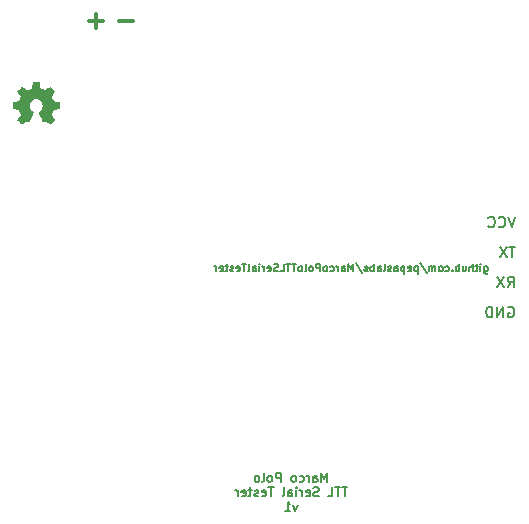
<source format=gbo>
G04 (created by PCBNEW (2013-07-07 BZR 4022)-stable) date 5/22/2015 10:04:36 PM*
%MOIN*%
G04 Gerber Fmt 3.4, Leading zero omitted, Abs format*
%FSLAX34Y34*%
G01*
G70*
G90*
G04 APERTURE LIST*
%ADD10C,0.00590551*%
%ADD11C,0.006*%
%ADD12C,0.005*%
%ADD13C,0.007*%
%ADD14C,0.012*%
%ADD15C,0.0001*%
G04 APERTURE END LIST*
G54D10*
G54D11*
X80957Y-67871D02*
X80957Y-67571D01*
X80857Y-67785D01*
X80757Y-67571D01*
X80757Y-67871D01*
X80485Y-67871D02*
X80485Y-67714D01*
X80500Y-67685D01*
X80528Y-67671D01*
X80585Y-67671D01*
X80614Y-67685D01*
X80485Y-67857D02*
X80514Y-67871D01*
X80585Y-67871D01*
X80614Y-67857D01*
X80628Y-67828D01*
X80628Y-67800D01*
X80614Y-67771D01*
X80585Y-67757D01*
X80514Y-67757D01*
X80485Y-67742D01*
X80342Y-67871D02*
X80342Y-67671D01*
X80342Y-67728D02*
X80328Y-67700D01*
X80314Y-67685D01*
X80285Y-67671D01*
X80257Y-67671D01*
X80028Y-67857D02*
X80057Y-67871D01*
X80114Y-67871D01*
X80142Y-67857D01*
X80157Y-67842D01*
X80171Y-67814D01*
X80171Y-67728D01*
X80157Y-67700D01*
X80142Y-67685D01*
X80114Y-67671D01*
X80057Y-67671D01*
X80028Y-67685D01*
X79857Y-67871D02*
X79885Y-67857D01*
X79900Y-67842D01*
X79914Y-67814D01*
X79914Y-67728D01*
X79900Y-67700D01*
X79885Y-67685D01*
X79857Y-67671D01*
X79814Y-67671D01*
X79785Y-67685D01*
X79771Y-67700D01*
X79757Y-67728D01*
X79757Y-67814D01*
X79771Y-67842D01*
X79785Y-67857D01*
X79814Y-67871D01*
X79857Y-67871D01*
X79400Y-67871D02*
X79400Y-67571D01*
X79285Y-67571D01*
X79257Y-67585D01*
X79242Y-67600D01*
X79228Y-67628D01*
X79228Y-67671D01*
X79242Y-67700D01*
X79257Y-67714D01*
X79285Y-67728D01*
X79400Y-67728D01*
X79057Y-67871D02*
X79085Y-67857D01*
X79100Y-67842D01*
X79114Y-67814D01*
X79114Y-67728D01*
X79100Y-67700D01*
X79085Y-67685D01*
X79057Y-67671D01*
X79014Y-67671D01*
X78985Y-67685D01*
X78971Y-67700D01*
X78957Y-67728D01*
X78957Y-67814D01*
X78971Y-67842D01*
X78985Y-67857D01*
X79014Y-67871D01*
X79057Y-67871D01*
X78785Y-67871D02*
X78814Y-67857D01*
X78828Y-67828D01*
X78828Y-67571D01*
X78628Y-67871D02*
X78657Y-67857D01*
X78671Y-67842D01*
X78685Y-67814D01*
X78685Y-67728D01*
X78671Y-67700D01*
X78657Y-67685D01*
X78628Y-67671D01*
X78585Y-67671D01*
X78557Y-67685D01*
X78542Y-67700D01*
X78528Y-67728D01*
X78528Y-67814D01*
X78542Y-67842D01*
X78557Y-67857D01*
X78585Y-67871D01*
X78628Y-67871D01*
X81621Y-68051D02*
X81449Y-68051D01*
X81535Y-68351D02*
X81535Y-68051D01*
X81392Y-68051D02*
X81221Y-68051D01*
X81307Y-68351D02*
X81307Y-68051D01*
X80978Y-68351D02*
X81121Y-68351D01*
X81121Y-68051D01*
X80664Y-68337D02*
X80621Y-68351D01*
X80550Y-68351D01*
X80521Y-68337D01*
X80507Y-68322D01*
X80492Y-68294D01*
X80492Y-68265D01*
X80507Y-68237D01*
X80521Y-68222D01*
X80550Y-68208D01*
X80607Y-68194D01*
X80635Y-68180D01*
X80650Y-68165D01*
X80664Y-68137D01*
X80664Y-68108D01*
X80650Y-68080D01*
X80635Y-68065D01*
X80607Y-68051D01*
X80535Y-68051D01*
X80492Y-68065D01*
X80250Y-68337D02*
X80278Y-68351D01*
X80335Y-68351D01*
X80364Y-68337D01*
X80378Y-68308D01*
X80378Y-68194D01*
X80364Y-68165D01*
X80335Y-68151D01*
X80278Y-68151D01*
X80250Y-68165D01*
X80235Y-68194D01*
X80235Y-68222D01*
X80378Y-68251D01*
X80107Y-68351D02*
X80107Y-68151D01*
X80107Y-68208D02*
X80092Y-68180D01*
X80078Y-68165D01*
X80050Y-68151D01*
X80021Y-68151D01*
X79921Y-68351D02*
X79921Y-68151D01*
X79921Y-68051D02*
X79935Y-68065D01*
X79921Y-68080D01*
X79907Y-68065D01*
X79921Y-68051D01*
X79921Y-68080D01*
X79650Y-68351D02*
X79650Y-68194D01*
X79664Y-68165D01*
X79692Y-68151D01*
X79750Y-68151D01*
X79778Y-68165D01*
X79650Y-68337D02*
X79678Y-68351D01*
X79750Y-68351D01*
X79778Y-68337D01*
X79792Y-68308D01*
X79792Y-68280D01*
X79778Y-68251D01*
X79750Y-68237D01*
X79678Y-68237D01*
X79650Y-68222D01*
X79464Y-68351D02*
X79492Y-68337D01*
X79507Y-68308D01*
X79507Y-68051D01*
X79164Y-68051D02*
X78992Y-68051D01*
X79078Y-68351D02*
X79078Y-68051D01*
X78778Y-68337D02*
X78807Y-68351D01*
X78864Y-68351D01*
X78892Y-68337D01*
X78907Y-68308D01*
X78907Y-68194D01*
X78892Y-68165D01*
X78864Y-68151D01*
X78807Y-68151D01*
X78778Y-68165D01*
X78764Y-68194D01*
X78764Y-68222D01*
X78907Y-68251D01*
X78650Y-68337D02*
X78621Y-68351D01*
X78564Y-68351D01*
X78535Y-68337D01*
X78521Y-68308D01*
X78521Y-68294D01*
X78535Y-68265D01*
X78564Y-68251D01*
X78607Y-68251D01*
X78635Y-68237D01*
X78650Y-68208D01*
X78650Y-68194D01*
X78635Y-68165D01*
X78607Y-68151D01*
X78564Y-68151D01*
X78535Y-68165D01*
X78435Y-68151D02*
X78321Y-68151D01*
X78392Y-68051D02*
X78392Y-68308D01*
X78378Y-68337D01*
X78350Y-68351D01*
X78321Y-68351D01*
X78107Y-68337D02*
X78135Y-68351D01*
X78192Y-68351D01*
X78221Y-68337D01*
X78235Y-68308D01*
X78235Y-68194D01*
X78221Y-68165D01*
X78192Y-68151D01*
X78135Y-68151D01*
X78107Y-68165D01*
X78092Y-68194D01*
X78092Y-68222D01*
X78235Y-68251D01*
X77964Y-68351D02*
X77964Y-68151D01*
X77964Y-68208D02*
X77950Y-68180D01*
X77935Y-68165D01*
X77907Y-68151D01*
X77878Y-68151D01*
X79964Y-68631D02*
X79892Y-68831D01*
X79821Y-68631D01*
X79550Y-68831D02*
X79721Y-68831D01*
X79635Y-68831D02*
X79635Y-68531D01*
X79664Y-68574D01*
X79692Y-68602D01*
X79721Y-68617D01*
G54D12*
X86178Y-60684D02*
X86178Y-60886D01*
X86190Y-60910D01*
X86202Y-60922D01*
X86226Y-60934D01*
X86261Y-60934D01*
X86285Y-60922D01*
X86178Y-60839D02*
X86202Y-60851D01*
X86250Y-60851D01*
X86273Y-60839D01*
X86285Y-60827D01*
X86297Y-60803D01*
X86297Y-60732D01*
X86285Y-60708D01*
X86273Y-60696D01*
X86250Y-60684D01*
X86202Y-60684D01*
X86178Y-60696D01*
X86059Y-60851D02*
X86059Y-60684D01*
X86059Y-60601D02*
X86071Y-60613D01*
X86059Y-60625D01*
X86047Y-60613D01*
X86059Y-60601D01*
X86059Y-60625D01*
X85976Y-60684D02*
X85880Y-60684D01*
X85940Y-60601D02*
X85940Y-60815D01*
X85928Y-60839D01*
X85904Y-60851D01*
X85880Y-60851D01*
X85797Y-60851D02*
X85797Y-60601D01*
X85690Y-60851D02*
X85690Y-60720D01*
X85702Y-60696D01*
X85726Y-60684D01*
X85761Y-60684D01*
X85785Y-60696D01*
X85797Y-60708D01*
X85464Y-60684D02*
X85464Y-60851D01*
X85571Y-60684D02*
X85571Y-60815D01*
X85559Y-60839D01*
X85535Y-60851D01*
X85500Y-60851D01*
X85476Y-60839D01*
X85464Y-60827D01*
X85345Y-60851D02*
X85345Y-60601D01*
X85345Y-60696D02*
X85321Y-60684D01*
X85273Y-60684D01*
X85250Y-60696D01*
X85238Y-60708D01*
X85226Y-60732D01*
X85226Y-60803D01*
X85238Y-60827D01*
X85250Y-60839D01*
X85273Y-60851D01*
X85321Y-60851D01*
X85345Y-60839D01*
X85119Y-60827D02*
X85107Y-60839D01*
X85119Y-60851D01*
X85130Y-60839D01*
X85119Y-60827D01*
X85119Y-60851D01*
X84892Y-60839D02*
X84916Y-60851D01*
X84964Y-60851D01*
X84988Y-60839D01*
X85000Y-60827D01*
X85011Y-60803D01*
X85011Y-60732D01*
X85000Y-60708D01*
X84988Y-60696D01*
X84964Y-60684D01*
X84916Y-60684D01*
X84892Y-60696D01*
X84750Y-60851D02*
X84773Y-60839D01*
X84785Y-60827D01*
X84797Y-60803D01*
X84797Y-60732D01*
X84785Y-60708D01*
X84773Y-60696D01*
X84750Y-60684D01*
X84714Y-60684D01*
X84690Y-60696D01*
X84678Y-60708D01*
X84666Y-60732D01*
X84666Y-60803D01*
X84678Y-60827D01*
X84690Y-60839D01*
X84714Y-60851D01*
X84750Y-60851D01*
X84559Y-60851D02*
X84559Y-60684D01*
X84559Y-60708D02*
X84547Y-60696D01*
X84523Y-60684D01*
X84488Y-60684D01*
X84464Y-60696D01*
X84452Y-60720D01*
X84452Y-60851D01*
X84452Y-60720D02*
X84440Y-60696D01*
X84416Y-60684D01*
X84380Y-60684D01*
X84357Y-60696D01*
X84345Y-60720D01*
X84345Y-60851D01*
X84047Y-60589D02*
X84261Y-60910D01*
X83964Y-60684D02*
X83964Y-60934D01*
X83964Y-60696D02*
X83940Y-60684D01*
X83892Y-60684D01*
X83869Y-60696D01*
X83857Y-60708D01*
X83845Y-60732D01*
X83845Y-60803D01*
X83857Y-60827D01*
X83869Y-60839D01*
X83892Y-60851D01*
X83940Y-60851D01*
X83964Y-60839D01*
X83642Y-60839D02*
X83666Y-60851D01*
X83714Y-60851D01*
X83738Y-60839D01*
X83750Y-60815D01*
X83750Y-60720D01*
X83738Y-60696D01*
X83714Y-60684D01*
X83666Y-60684D01*
X83642Y-60696D01*
X83630Y-60720D01*
X83630Y-60744D01*
X83750Y-60767D01*
X83523Y-60684D02*
X83523Y-60934D01*
X83523Y-60696D02*
X83500Y-60684D01*
X83452Y-60684D01*
X83428Y-60696D01*
X83416Y-60708D01*
X83404Y-60732D01*
X83404Y-60803D01*
X83416Y-60827D01*
X83428Y-60839D01*
X83452Y-60851D01*
X83500Y-60851D01*
X83523Y-60839D01*
X83190Y-60851D02*
X83190Y-60720D01*
X83202Y-60696D01*
X83226Y-60684D01*
X83273Y-60684D01*
X83297Y-60696D01*
X83190Y-60839D02*
X83214Y-60851D01*
X83273Y-60851D01*
X83297Y-60839D01*
X83309Y-60815D01*
X83309Y-60791D01*
X83297Y-60767D01*
X83273Y-60755D01*
X83214Y-60755D01*
X83190Y-60744D01*
X83083Y-60839D02*
X83059Y-60851D01*
X83011Y-60851D01*
X82988Y-60839D01*
X82976Y-60815D01*
X82976Y-60803D01*
X82988Y-60779D01*
X83011Y-60767D01*
X83047Y-60767D01*
X83071Y-60755D01*
X83083Y-60732D01*
X83083Y-60720D01*
X83071Y-60696D01*
X83047Y-60684D01*
X83011Y-60684D01*
X82988Y-60696D01*
X82833Y-60851D02*
X82857Y-60839D01*
X82869Y-60815D01*
X82869Y-60601D01*
X82630Y-60851D02*
X82630Y-60720D01*
X82642Y-60696D01*
X82666Y-60684D01*
X82714Y-60684D01*
X82738Y-60696D01*
X82630Y-60839D02*
X82654Y-60851D01*
X82714Y-60851D01*
X82738Y-60839D01*
X82750Y-60815D01*
X82750Y-60791D01*
X82738Y-60767D01*
X82714Y-60755D01*
X82654Y-60755D01*
X82630Y-60744D01*
X82511Y-60851D02*
X82511Y-60601D01*
X82511Y-60696D02*
X82488Y-60684D01*
X82440Y-60684D01*
X82416Y-60696D01*
X82404Y-60708D01*
X82392Y-60732D01*
X82392Y-60803D01*
X82404Y-60827D01*
X82416Y-60839D01*
X82440Y-60851D01*
X82488Y-60851D01*
X82511Y-60839D01*
X82297Y-60839D02*
X82273Y-60851D01*
X82226Y-60851D01*
X82202Y-60839D01*
X82190Y-60815D01*
X82190Y-60803D01*
X82202Y-60779D01*
X82226Y-60767D01*
X82261Y-60767D01*
X82285Y-60755D01*
X82297Y-60732D01*
X82297Y-60720D01*
X82285Y-60696D01*
X82261Y-60684D01*
X82226Y-60684D01*
X82202Y-60696D01*
X81904Y-60589D02*
X82119Y-60910D01*
X81821Y-60851D02*
X81821Y-60601D01*
X81738Y-60779D01*
X81654Y-60601D01*
X81654Y-60851D01*
X81428Y-60851D02*
X81428Y-60720D01*
X81440Y-60696D01*
X81464Y-60684D01*
X81511Y-60684D01*
X81535Y-60696D01*
X81428Y-60839D02*
X81452Y-60851D01*
X81511Y-60851D01*
X81535Y-60839D01*
X81547Y-60815D01*
X81547Y-60791D01*
X81535Y-60767D01*
X81511Y-60755D01*
X81452Y-60755D01*
X81428Y-60744D01*
X81309Y-60851D02*
X81309Y-60684D01*
X81309Y-60732D02*
X81297Y-60708D01*
X81285Y-60696D01*
X81261Y-60684D01*
X81238Y-60684D01*
X81047Y-60839D02*
X81071Y-60851D01*
X81119Y-60851D01*
X81142Y-60839D01*
X81154Y-60827D01*
X81166Y-60803D01*
X81166Y-60732D01*
X81154Y-60708D01*
X81142Y-60696D01*
X81119Y-60684D01*
X81071Y-60684D01*
X81047Y-60696D01*
X80904Y-60851D02*
X80928Y-60839D01*
X80940Y-60827D01*
X80952Y-60803D01*
X80952Y-60732D01*
X80940Y-60708D01*
X80928Y-60696D01*
X80904Y-60684D01*
X80869Y-60684D01*
X80845Y-60696D01*
X80833Y-60708D01*
X80821Y-60732D01*
X80821Y-60803D01*
X80833Y-60827D01*
X80845Y-60839D01*
X80869Y-60851D01*
X80904Y-60851D01*
X80714Y-60851D02*
X80714Y-60601D01*
X80619Y-60601D01*
X80595Y-60613D01*
X80583Y-60625D01*
X80571Y-60648D01*
X80571Y-60684D01*
X80583Y-60708D01*
X80595Y-60720D01*
X80619Y-60732D01*
X80714Y-60732D01*
X80428Y-60851D02*
X80452Y-60839D01*
X80464Y-60827D01*
X80476Y-60803D01*
X80476Y-60732D01*
X80464Y-60708D01*
X80452Y-60696D01*
X80428Y-60684D01*
X80392Y-60684D01*
X80369Y-60696D01*
X80357Y-60708D01*
X80345Y-60732D01*
X80345Y-60803D01*
X80357Y-60827D01*
X80369Y-60839D01*
X80392Y-60851D01*
X80428Y-60851D01*
X80202Y-60851D02*
X80226Y-60839D01*
X80238Y-60815D01*
X80238Y-60601D01*
X80071Y-60851D02*
X80095Y-60839D01*
X80107Y-60827D01*
X80119Y-60803D01*
X80119Y-60732D01*
X80107Y-60708D01*
X80095Y-60696D01*
X80071Y-60684D01*
X80035Y-60684D01*
X80011Y-60696D01*
X80000Y-60708D01*
X79988Y-60732D01*
X79988Y-60803D01*
X80000Y-60827D01*
X80011Y-60839D01*
X80035Y-60851D01*
X80071Y-60851D01*
X79916Y-60601D02*
X79773Y-60601D01*
X79845Y-60851D02*
X79845Y-60601D01*
X79726Y-60601D02*
X79583Y-60601D01*
X79654Y-60851D02*
X79654Y-60601D01*
X79380Y-60851D02*
X79499Y-60851D01*
X79499Y-60601D01*
X79309Y-60839D02*
X79273Y-60851D01*
X79214Y-60851D01*
X79190Y-60839D01*
X79178Y-60827D01*
X79166Y-60803D01*
X79166Y-60779D01*
X79178Y-60755D01*
X79190Y-60744D01*
X79214Y-60732D01*
X79261Y-60720D01*
X79285Y-60708D01*
X79297Y-60696D01*
X79309Y-60672D01*
X79309Y-60648D01*
X79297Y-60625D01*
X79285Y-60613D01*
X79261Y-60601D01*
X79202Y-60601D01*
X79166Y-60613D01*
X78964Y-60839D02*
X78988Y-60851D01*
X79035Y-60851D01*
X79059Y-60839D01*
X79071Y-60815D01*
X79071Y-60720D01*
X79059Y-60696D01*
X79035Y-60684D01*
X78988Y-60684D01*
X78964Y-60696D01*
X78952Y-60720D01*
X78952Y-60744D01*
X79071Y-60767D01*
X78845Y-60851D02*
X78845Y-60684D01*
X78845Y-60732D02*
X78833Y-60708D01*
X78821Y-60696D01*
X78797Y-60684D01*
X78773Y-60684D01*
X78690Y-60851D02*
X78690Y-60684D01*
X78690Y-60601D02*
X78702Y-60613D01*
X78690Y-60625D01*
X78678Y-60613D01*
X78690Y-60601D01*
X78690Y-60625D01*
X78464Y-60851D02*
X78464Y-60720D01*
X78476Y-60696D01*
X78499Y-60684D01*
X78547Y-60684D01*
X78571Y-60696D01*
X78464Y-60839D02*
X78488Y-60851D01*
X78547Y-60851D01*
X78571Y-60839D01*
X78583Y-60815D01*
X78583Y-60791D01*
X78571Y-60767D01*
X78547Y-60755D01*
X78488Y-60755D01*
X78464Y-60744D01*
X78309Y-60851D02*
X78333Y-60839D01*
X78345Y-60815D01*
X78345Y-60601D01*
X78249Y-60601D02*
X78107Y-60601D01*
X78178Y-60851D02*
X78178Y-60601D01*
X77928Y-60839D02*
X77952Y-60851D01*
X77999Y-60851D01*
X78023Y-60839D01*
X78035Y-60815D01*
X78035Y-60720D01*
X78023Y-60696D01*
X77999Y-60684D01*
X77952Y-60684D01*
X77928Y-60696D01*
X77916Y-60720D01*
X77916Y-60744D01*
X78035Y-60767D01*
X77821Y-60839D02*
X77797Y-60851D01*
X77749Y-60851D01*
X77726Y-60839D01*
X77714Y-60815D01*
X77714Y-60803D01*
X77726Y-60779D01*
X77749Y-60767D01*
X77785Y-60767D01*
X77809Y-60755D01*
X77821Y-60732D01*
X77821Y-60720D01*
X77809Y-60696D01*
X77785Y-60684D01*
X77749Y-60684D01*
X77726Y-60696D01*
X77642Y-60684D02*
X77547Y-60684D01*
X77607Y-60601D02*
X77607Y-60815D01*
X77595Y-60839D01*
X77571Y-60851D01*
X77547Y-60851D01*
X77369Y-60839D02*
X77392Y-60851D01*
X77440Y-60851D01*
X77464Y-60839D01*
X77476Y-60815D01*
X77476Y-60720D01*
X77464Y-60696D01*
X77440Y-60684D01*
X77392Y-60684D01*
X77369Y-60696D01*
X77357Y-60720D01*
X77357Y-60744D01*
X77476Y-60767D01*
X77249Y-60851D02*
X77249Y-60684D01*
X77249Y-60732D02*
X77238Y-60708D01*
X77226Y-60696D01*
X77202Y-60684D01*
X77178Y-60684D01*
G54D13*
X86983Y-62058D02*
X87016Y-62041D01*
X87066Y-62041D01*
X87116Y-62058D01*
X87150Y-62091D01*
X87166Y-62125D01*
X87183Y-62191D01*
X87183Y-62241D01*
X87166Y-62308D01*
X87150Y-62341D01*
X87116Y-62375D01*
X87066Y-62391D01*
X87033Y-62391D01*
X86983Y-62375D01*
X86966Y-62358D01*
X86966Y-62241D01*
X87033Y-62241D01*
X86816Y-62391D02*
X86816Y-62041D01*
X86616Y-62391D01*
X86616Y-62041D01*
X86450Y-62391D02*
X86450Y-62041D01*
X86366Y-62041D01*
X86316Y-62058D01*
X86283Y-62091D01*
X86266Y-62125D01*
X86250Y-62191D01*
X86250Y-62241D01*
X86266Y-62308D01*
X86283Y-62341D01*
X86316Y-62375D01*
X86366Y-62391D01*
X86450Y-62391D01*
X86966Y-61391D02*
X87083Y-61225D01*
X87166Y-61391D02*
X87166Y-61041D01*
X87033Y-61041D01*
X87000Y-61058D01*
X86983Y-61075D01*
X86966Y-61108D01*
X86966Y-61158D01*
X86983Y-61191D01*
X87000Y-61208D01*
X87033Y-61225D01*
X87166Y-61225D01*
X86850Y-61041D02*
X86616Y-61391D01*
X86616Y-61041D02*
X86850Y-61391D01*
X87216Y-60041D02*
X87016Y-60041D01*
X87116Y-60391D02*
X87116Y-60041D01*
X86933Y-60041D02*
X86700Y-60391D01*
X86700Y-60041D02*
X86933Y-60391D01*
X87216Y-59041D02*
X87100Y-59391D01*
X86983Y-59041D01*
X86666Y-59358D02*
X86683Y-59375D01*
X86733Y-59391D01*
X86766Y-59391D01*
X86816Y-59375D01*
X86850Y-59341D01*
X86866Y-59308D01*
X86883Y-59241D01*
X86883Y-59191D01*
X86866Y-59125D01*
X86850Y-59091D01*
X86816Y-59058D01*
X86766Y-59041D01*
X86733Y-59041D01*
X86683Y-59058D01*
X86666Y-59075D01*
X86316Y-59358D02*
X86333Y-59375D01*
X86383Y-59391D01*
X86416Y-59391D01*
X86466Y-59375D01*
X86500Y-59341D01*
X86516Y-59308D01*
X86533Y-59241D01*
X86533Y-59191D01*
X86516Y-59125D01*
X86500Y-59091D01*
X86466Y-59058D01*
X86416Y-59041D01*
X86383Y-59041D01*
X86333Y-59058D01*
X86316Y-59075D01*
G54D14*
X74478Y-52514D02*
X74021Y-52514D01*
X73478Y-52514D02*
X73021Y-52514D01*
X73249Y-52742D02*
X73249Y-52285D01*
G54D15*
G36*
X71727Y-55957D02*
X71719Y-55953D01*
X71700Y-55941D01*
X71674Y-55924D01*
X71643Y-55903D01*
X71612Y-55882D01*
X71586Y-55865D01*
X71568Y-55853D01*
X71561Y-55849D01*
X71557Y-55850D01*
X71542Y-55858D01*
X71520Y-55869D01*
X71508Y-55875D01*
X71488Y-55884D01*
X71478Y-55886D01*
X71477Y-55883D01*
X71469Y-55868D01*
X71458Y-55842D01*
X71443Y-55808D01*
X71426Y-55768D01*
X71408Y-55725D01*
X71390Y-55681D01*
X71372Y-55639D01*
X71357Y-55601D01*
X71344Y-55571D01*
X71336Y-55549D01*
X71333Y-55540D01*
X71334Y-55538D01*
X71344Y-55529D01*
X71361Y-55516D01*
X71399Y-55485D01*
X71435Y-55439D01*
X71458Y-55387D01*
X71465Y-55329D01*
X71459Y-55276D01*
X71438Y-55225D01*
X71402Y-55178D01*
X71358Y-55144D01*
X71307Y-55122D01*
X71250Y-55115D01*
X71195Y-55121D01*
X71143Y-55142D01*
X71096Y-55177D01*
X71077Y-55200D01*
X71050Y-55247D01*
X71034Y-55297D01*
X71033Y-55309D01*
X71035Y-55365D01*
X71051Y-55418D01*
X71080Y-55465D01*
X71121Y-55504D01*
X71126Y-55508D01*
X71145Y-55522D01*
X71157Y-55531D01*
X71167Y-55539D01*
X71097Y-55709D01*
X71086Y-55736D01*
X71066Y-55782D01*
X71049Y-55822D01*
X71036Y-55854D01*
X71026Y-55875D01*
X71022Y-55884D01*
X71022Y-55884D01*
X71016Y-55885D01*
X71003Y-55880D01*
X70979Y-55869D01*
X70963Y-55861D01*
X70945Y-55852D01*
X70937Y-55849D01*
X70930Y-55853D01*
X70913Y-55864D01*
X70888Y-55881D01*
X70858Y-55901D01*
X70829Y-55921D01*
X70802Y-55939D01*
X70783Y-55951D01*
X70773Y-55956D01*
X70772Y-55956D01*
X70764Y-55951D01*
X70748Y-55939D01*
X70725Y-55917D01*
X70693Y-55885D01*
X70688Y-55880D01*
X70661Y-55852D01*
X70639Y-55829D01*
X70624Y-55813D01*
X70619Y-55806D01*
X70619Y-55806D01*
X70624Y-55796D01*
X70636Y-55777D01*
X70654Y-55750D01*
X70675Y-55719D01*
X70731Y-55637D01*
X70700Y-55560D01*
X70691Y-55537D01*
X70679Y-55508D01*
X70670Y-55488D01*
X70665Y-55479D01*
X70657Y-55476D01*
X70636Y-55471D01*
X70605Y-55464D01*
X70569Y-55458D01*
X70534Y-55451D01*
X70503Y-55445D01*
X70480Y-55441D01*
X70470Y-55439D01*
X70468Y-55437D01*
X70466Y-55432D01*
X70464Y-55422D01*
X70464Y-55403D01*
X70463Y-55373D01*
X70463Y-55329D01*
X70463Y-55325D01*
X70464Y-55283D01*
X70464Y-55250D01*
X70465Y-55229D01*
X70467Y-55221D01*
X70467Y-55221D01*
X70477Y-55218D01*
X70499Y-55214D01*
X70530Y-55207D01*
X70568Y-55200D01*
X70570Y-55200D01*
X70607Y-55193D01*
X70638Y-55186D01*
X70660Y-55181D01*
X70669Y-55178D01*
X70671Y-55176D01*
X70679Y-55161D01*
X70690Y-55138D01*
X70702Y-55110D01*
X70714Y-55081D01*
X70725Y-55054D01*
X70732Y-55035D01*
X70734Y-55026D01*
X70734Y-55026D01*
X70728Y-55017D01*
X70715Y-54997D01*
X70697Y-54971D01*
X70675Y-54939D01*
X70674Y-54936D01*
X70652Y-54905D01*
X70635Y-54878D01*
X70623Y-54859D01*
X70619Y-54851D01*
X70619Y-54850D01*
X70626Y-54841D01*
X70642Y-54823D01*
X70665Y-54799D01*
X70693Y-54771D01*
X70702Y-54763D01*
X70732Y-54733D01*
X70753Y-54713D01*
X70767Y-54703D01*
X70773Y-54700D01*
X70773Y-54701D01*
X70783Y-54706D01*
X70803Y-54719D01*
X70830Y-54738D01*
X70862Y-54759D01*
X70864Y-54761D01*
X70895Y-54782D01*
X70921Y-54800D01*
X70940Y-54812D01*
X70948Y-54817D01*
X70950Y-54817D01*
X70962Y-54813D01*
X70985Y-54806D01*
X71012Y-54795D01*
X71041Y-54783D01*
X71068Y-54772D01*
X71088Y-54763D01*
X71097Y-54758D01*
X71097Y-54757D01*
X71101Y-54746D01*
X71106Y-54722D01*
X71113Y-54690D01*
X71120Y-54651D01*
X71121Y-54645D01*
X71128Y-54608D01*
X71134Y-54577D01*
X71139Y-54555D01*
X71141Y-54546D01*
X71146Y-54545D01*
X71165Y-54544D01*
X71193Y-54543D01*
X71227Y-54543D01*
X71262Y-54543D01*
X71296Y-54544D01*
X71326Y-54545D01*
X71347Y-54546D01*
X71356Y-54548D01*
X71357Y-54549D01*
X71360Y-54560D01*
X71365Y-54584D01*
X71372Y-54616D01*
X71379Y-54655D01*
X71380Y-54662D01*
X71387Y-54699D01*
X71394Y-54730D01*
X71398Y-54751D01*
X71401Y-54759D01*
X71404Y-54761D01*
X71419Y-54768D01*
X71444Y-54778D01*
X71476Y-54791D01*
X71548Y-54820D01*
X71636Y-54759D01*
X71644Y-54754D01*
X71676Y-54732D01*
X71702Y-54715D01*
X71720Y-54703D01*
X71728Y-54699D01*
X71728Y-54699D01*
X71737Y-54707D01*
X71755Y-54723D01*
X71779Y-54747D01*
X71806Y-54774D01*
X71827Y-54795D01*
X71851Y-54820D01*
X71867Y-54836D01*
X71875Y-54847D01*
X71878Y-54854D01*
X71877Y-54858D01*
X71872Y-54867D01*
X71859Y-54886D01*
X71841Y-54913D01*
X71819Y-54944D01*
X71801Y-54971D01*
X71782Y-55000D01*
X71770Y-55021D01*
X71765Y-55032D01*
X71766Y-55036D01*
X71773Y-55053D01*
X71783Y-55080D01*
X71796Y-55111D01*
X71827Y-55181D01*
X71873Y-55189D01*
X71901Y-55195D01*
X71940Y-55202D01*
X71977Y-55209D01*
X72035Y-55221D01*
X72037Y-55433D01*
X72028Y-55437D01*
X72019Y-55440D01*
X71998Y-55444D01*
X71967Y-55450D01*
X71931Y-55457D01*
X71900Y-55463D01*
X71869Y-55469D01*
X71847Y-55473D01*
X71837Y-55475D01*
X71834Y-55479D01*
X71826Y-55494D01*
X71815Y-55518D01*
X71803Y-55547D01*
X71791Y-55576D01*
X71780Y-55604D01*
X71772Y-55625D01*
X71769Y-55636D01*
X71773Y-55644D01*
X71785Y-55662D01*
X71802Y-55688D01*
X71823Y-55719D01*
X71845Y-55750D01*
X71862Y-55777D01*
X71875Y-55796D01*
X71880Y-55804D01*
X71877Y-55810D01*
X71865Y-55825D01*
X71842Y-55849D01*
X71807Y-55884D01*
X71801Y-55889D01*
X71774Y-55916D01*
X71750Y-55937D01*
X71734Y-55952D01*
X71727Y-55957D01*
X71727Y-55957D01*
G37*
M02*

</source>
